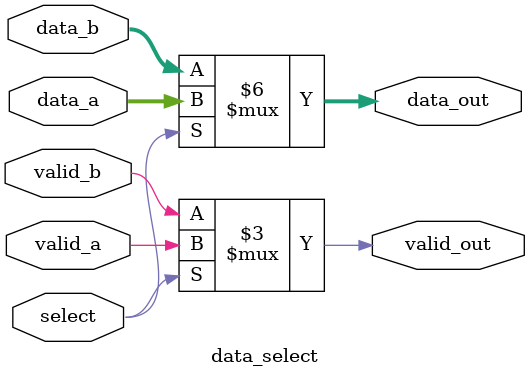
<source format=v>

module data_select(
    input [7:0] data_a,
    input [7:0] data_b,
    input valid_a,
    input valid_b,
    input select,
    output reg [7:0] data_out,
    output reg valid_out
    );

always @(*)
begin
    if(select)
    begin
        data_out = data_a;
        valid_out = valid_a;
    end
    else
    begin
        data_out = data_b;
        valid_out = valid_b;
    end
end
endmodule
</source>
